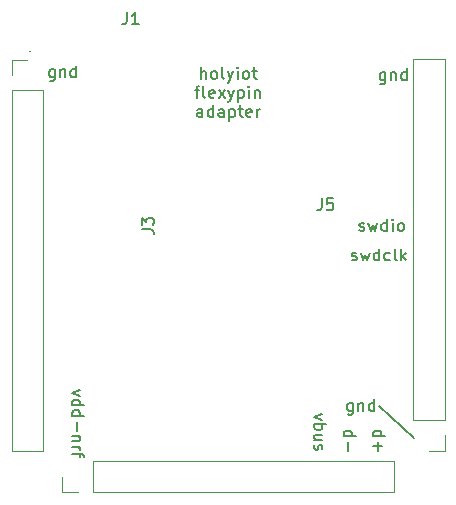
<source format=gbr>
%TF.GenerationSoftware,KiCad,Pcbnew,(6.0.4-0)*%
%TF.CreationDate,2022-07-01T21:41:05+01:00*%
%TF.ProjectId,holyiot-flexypin,686f6c79-696f-4742-9d66-6c6578797069,rev?*%
%TF.SameCoordinates,Original*%
%TF.FileFunction,Legend,Top*%
%TF.FilePolarity,Positive*%
%FSLAX46Y46*%
G04 Gerber Fmt 4.6, Leading zero omitted, Abs format (unit mm)*
G04 Created by KiCad (PCBNEW (6.0.4-0)) date 2022-07-01 21:41:05*
%MOMM*%
%LPD*%
G01*
G04 APERTURE LIST*
%ADD10C,0.150000*%
%ADD11C,0.120000*%
G04 APERTURE END LIST*
D10*
X120250000Y-67500000D02*
X120250000Y-67500000D01*
X149750000Y-97500000D02*
X152750000Y-100250000D01*
X122309523Y-69035714D02*
X122309523Y-69845238D01*
X122261904Y-69940476D01*
X122214285Y-69988095D01*
X122119047Y-70035714D01*
X121976190Y-70035714D01*
X121880952Y-69988095D01*
X122309523Y-69654761D02*
X122214285Y-69702380D01*
X122023809Y-69702380D01*
X121928571Y-69654761D01*
X121880952Y-69607142D01*
X121833333Y-69511904D01*
X121833333Y-69226190D01*
X121880952Y-69130952D01*
X121928571Y-69083333D01*
X122023809Y-69035714D01*
X122214285Y-69035714D01*
X122309523Y-69083333D01*
X122785714Y-69035714D02*
X122785714Y-69702380D01*
X122785714Y-69130952D02*
X122833333Y-69083333D01*
X122928571Y-69035714D01*
X123071428Y-69035714D01*
X123166666Y-69083333D01*
X123214285Y-69178571D01*
X123214285Y-69702380D01*
X124119047Y-69702380D02*
X124119047Y-68702380D01*
X124119047Y-69654761D02*
X124023809Y-69702380D01*
X123833333Y-69702380D01*
X123738095Y-69654761D01*
X123690476Y-69607142D01*
X123642857Y-69511904D01*
X123642857Y-69226190D01*
X123690476Y-69130952D01*
X123738095Y-69083333D01*
X123833333Y-69035714D01*
X124023809Y-69035714D01*
X124119047Y-69083333D01*
X124464285Y-96190476D02*
X123797619Y-96428571D01*
X124464285Y-96666666D01*
X123797619Y-97476190D02*
X124797619Y-97476190D01*
X123845238Y-97476190D02*
X123797619Y-97380952D01*
X123797619Y-97190476D01*
X123845238Y-97095238D01*
X123892857Y-97047619D01*
X123988095Y-97000000D01*
X124273809Y-97000000D01*
X124369047Y-97047619D01*
X124416666Y-97095238D01*
X124464285Y-97190476D01*
X124464285Y-97380952D01*
X124416666Y-97476190D01*
X123797619Y-98380952D02*
X124797619Y-98380952D01*
X123845238Y-98380952D02*
X123797619Y-98285714D01*
X123797619Y-98095238D01*
X123845238Y-98000000D01*
X123892857Y-97952380D01*
X123988095Y-97904761D01*
X124273809Y-97904761D01*
X124369047Y-97952380D01*
X124416666Y-98000000D01*
X124464285Y-98095238D01*
X124464285Y-98285714D01*
X124416666Y-98380952D01*
X124178571Y-98857142D02*
X124178571Y-99619047D01*
X124464285Y-100095238D02*
X123797619Y-100095238D01*
X124369047Y-100095238D02*
X124416666Y-100142857D01*
X124464285Y-100238095D01*
X124464285Y-100380952D01*
X124416666Y-100476190D01*
X124321428Y-100523809D01*
X123797619Y-100523809D01*
X123797619Y-101000000D02*
X124464285Y-101000000D01*
X124273809Y-101000000D02*
X124369047Y-101047619D01*
X124416666Y-101095238D01*
X124464285Y-101190476D01*
X124464285Y-101285714D01*
X124464285Y-101476190D02*
X124464285Y-101857142D01*
X123797619Y-101619047D02*
X124654761Y-101619047D01*
X124750000Y-101666666D01*
X124797619Y-101761904D01*
X124797619Y-101857142D01*
X144964285Y-98202380D02*
X144297619Y-98440476D01*
X144964285Y-98678571D01*
X144297619Y-99059523D02*
X145297619Y-99059523D01*
X144916666Y-99059523D02*
X144964285Y-99154761D01*
X144964285Y-99345238D01*
X144916666Y-99440476D01*
X144869047Y-99488095D01*
X144773809Y-99535714D01*
X144488095Y-99535714D01*
X144392857Y-99488095D01*
X144345238Y-99440476D01*
X144297619Y-99345238D01*
X144297619Y-99154761D01*
X144345238Y-99059523D01*
X144964285Y-100392857D02*
X144297619Y-100392857D01*
X144964285Y-99964285D02*
X144440476Y-99964285D01*
X144345238Y-100011904D01*
X144297619Y-100107142D01*
X144297619Y-100250000D01*
X144345238Y-100345238D01*
X144392857Y-100392857D01*
X144345238Y-100821428D02*
X144297619Y-100916666D01*
X144297619Y-101107142D01*
X144345238Y-101202380D01*
X144440476Y-101250000D01*
X144488095Y-101250000D01*
X144583333Y-101202380D01*
X144630952Y-101107142D01*
X144630952Y-100964285D01*
X144678571Y-100869047D01*
X144773809Y-100821428D01*
X144821428Y-100821428D01*
X144916666Y-100869047D01*
X144964285Y-100964285D01*
X144964285Y-101107142D01*
X144916666Y-101202380D01*
X147559523Y-97285714D02*
X147559523Y-98095238D01*
X147511904Y-98190476D01*
X147464285Y-98238095D01*
X147369047Y-98285714D01*
X147226190Y-98285714D01*
X147130952Y-98238095D01*
X147559523Y-97904761D02*
X147464285Y-97952380D01*
X147273809Y-97952380D01*
X147178571Y-97904761D01*
X147130952Y-97857142D01*
X147083333Y-97761904D01*
X147083333Y-97476190D01*
X147130952Y-97380952D01*
X147178571Y-97333333D01*
X147273809Y-97285714D01*
X147464285Y-97285714D01*
X147559523Y-97333333D01*
X148035714Y-97285714D02*
X148035714Y-97952380D01*
X148035714Y-97380952D02*
X148083333Y-97333333D01*
X148178571Y-97285714D01*
X148321428Y-97285714D01*
X148416666Y-97333333D01*
X148464285Y-97428571D01*
X148464285Y-97952380D01*
X149369047Y-97952380D02*
X149369047Y-96952380D01*
X149369047Y-97904761D02*
X149273809Y-97952380D01*
X149083333Y-97952380D01*
X148988095Y-97904761D01*
X148940476Y-97857142D01*
X148892857Y-97761904D01*
X148892857Y-97476190D01*
X148940476Y-97380952D01*
X148988095Y-97333333D01*
X149083333Y-97285714D01*
X149273809Y-97285714D01*
X149369047Y-97333333D01*
X150309523Y-69285714D02*
X150309523Y-70095238D01*
X150261904Y-70190476D01*
X150214285Y-70238095D01*
X150119047Y-70285714D01*
X149976190Y-70285714D01*
X149880952Y-70238095D01*
X150309523Y-69904761D02*
X150214285Y-69952380D01*
X150023809Y-69952380D01*
X149928571Y-69904761D01*
X149880952Y-69857142D01*
X149833333Y-69761904D01*
X149833333Y-69476190D01*
X149880952Y-69380952D01*
X149928571Y-69333333D01*
X150023809Y-69285714D01*
X150214285Y-69285714D01*
X150309523Y-69333333D01*
X150785714Y-69285714D02*
X150785714Y-69952380D01*
X150785714Y-69380952D02*
X150833333Y-69333333D01*
X150928571Y-69285714D01*
X151071428Y-69285714D01*
X151166666Y-69333333D01*
X151214285Y-69428571D01*
X151214285Y-69952380D01*
X152119047Y-69952380D02*
X152119047Y-68952380D01*
X152119047Y-69904761D02*
X152023809Y-69952380D01*
X151833333Y-69952380D01*
X151738095Y-69904761D01*
X151690476Y-69857142D01*
X151642857Y-69761904D01*
X151642857Y-69476190D01*
X151690476Y-69380952D01*
X151738095Y-69333333D01*
X151833333Y-69285714D01*
X152023809Y-69285714D01*
X152119047Y-69333333D01*
X147464285Y-85154761D02*
X147559523Y-85202380D01*
X147750000Y-85202380D01*
X147845238Y-85154761D01*
X147892857Y-85059523D01*
X147892857Y-85011904D01*
X147845238Y-84916666D01*
X147750000Y-84869047D01*
X147607142Y-84869047D01*
X147511904Y-84821428D01*
X147464285Y-84726190D01*
X147464285Y-84678571D01*
X147511904Y-84583333D01*
X147607142Y-84535714D01*
X147750000Y-84535714D01*
X147845238Y-84583333D01*
X148226190Y-84535714D02*
X148416666Y-85202380D01*
X148607142Y-84726190D01*
X148797619Y-85202380D01*
X148988095Y-84535714D01*
X149797619Y-85202380D02*
X149797619Y-84202380D01*
X149797619Y-85154761D02*
X149702380Y-85202380D01*
X149511904Y-85202380D01*
X149416666Y-85154761D01*
X149369047Y-85107142D01*
X149321428Y-85011904D01*
X149321428Y-84726190D01*
X149369047Y-84630952D01*
X149416666Y-84583333D01*
X149511904Y-84535714D01*
X149702380Y-84535714D01*
X149797619Y-84583333D01*
X150702380Y-85154761D02*
X150607142Y-85202380D01*
X150416666Y-85202380D01*
X150321428Y-85154761D01*
X150273809Y-85107142D01*
X150226190Y-85011904D01*
X150226190Y-84726190D01*
X150273809Y-84630952D01*
X150321428Y-84583333D01*
X150416666Y-84535714D01*
X150607142Y-84535714D01*
X150702380Y-84583333D01*
X151273809Y-85202380D02*
X151178571Y-85154761D01*
X151130952Y-85059523D01*
X151130952Y-84202380D01*
X151654761Y-85202380D02*
X151654761Y-84202380D01*
X151750000Y-84821428D02*
X152035714Y-85202380D01*
X152035714Y-84535714D02*
X151654761Y-84916666D01*
X148119047Y-82654761D02*
X148214285Y-82702380D01*
X148404761Y-82702380D01*
X148500000Y-82654761D01*
X148547619Y-82559523D01*
X148547619Y-82511904D01*
X148500000Y-82416666D01*
X148404761Y-82369047D01*
X148261904Y-82369047D01*
X148166666Y-82321428D01*
X148119047Y-82226190D01*
X148119047Y-82178571D01*
X148166666Y-82083333D01*
X148261904Y-82035714D01*
X148404761Y-82035714D01*
X148500000Y-82083333D01*
X148880952Y-82035714D02*
X149071428Y-82702380D01*
X149261904Y-82226190D01*
X149452380Y-82702380D01*
X149642857Y-82035714D01*
X150452380Y-82702380D02*
X150452380Y-81702380D01*
X150452380Y-82654761D02*
X150357142Y-82702380D01*
X150166666Y-82702380D01*
X150071428Y-82654761D01*
X150023809Y-82607142D01*
X149976190Y-82511904D01*
X149976190Y-82226190D01*
X150023809Y-82130952D01*
X150071428Y-82083333D01*
X150166666Y-82035714D01*
X150357142Y-82035714D01*
X150452380Y-82083333D01*
X150928571Y-82702380D02*
X150928571Y-82035714D01*
X150928571Y-81702380D02*
X150880952Y-81750000D01*
X150928571Y-81797619D01*
X150976190Y-81750000D01*
X150928571Y-81702380D01*
X150928571Y-81797619D01*
X151547619Y-82702380D02*
X151452380Y-82654761D01*
X151404761Y-82607142D01*
X151357142Y-82511904D01*
X151357142Y-82226190D01*
X151404761Y-82130952D01*
X151452380Y-82083333D01*
X151547619Y-82035714D01*
X151690476Y-82035714D01*
X151785714Y-82083333D01*
X151833333Y-82130952D01*
X151880952Y-82226190D01*
X151880952Y-82511904D01*
X151833333Y-82607142D01*
X151785714Y-82654761D01*
X151690476Y-82702380D01*
X151547619Y-82702380D01*
X146797619Y-100095238D02*
X147797619Y-100095238D01*
X146845238Y-100095238D02*
X146797619Y-100000000D01*
X146797619Y-99809523D01*
X146845238Y-99714285D01*
X146892857Y-99666666D01*
X146988095Y-99619047D01*
X147273809Y-99619047D01*
X147369047Y-99666666D01*
X147416666Y-99714285D01*
X147464285Y-99809523D01*
X147464285Y-100000000D01*
X147416666Y-100095238D01*
X147178571Y-100571428D02*
X147178571Y-101333333D01*
X149297619Y-100095238D02*
X150297619Y-100095238D01*
X149345238Y-100095238D02*
X149297619Y-100000000D01*
X149297619Y-99809523D01*
X149345238Y-99714285D01*
X149392857Y-99666666D01*
X149488095Y-99619047D01*
X149773809Y-99619047D01*
X149869047Y-99666666D01*
X149916666Y-99714285D01*
X149964285Y-99809523D01*
X149964285Y-100000000D01*
X149916666Y-100095238D01*
X149678571Y-100571428D02*
X149678571Y-101333333D01*
X149297619Y-100952380D02*
X150059523Y-100952380D01*
X134714285Y-69842380D02*
X134714285Y-68842380D01*
X135142857Y-69842380D02*
X135142857Y-69318571D01*
X135095238Y-69223333D01*
X135000000Y-69175714D01*
X134857142Y-69175714D01*
X134761904Y-69223333D01*
X134714285Y-69270952D01*
X135761904Y-69842380D02*
X135666666Y-69794761D01*
X135619047Y-69747142D01*
X135571428Y-69651904D01*
X135571428Y-69366190D01*
X135619047Y-69270952D01*
X135666666Y-69223333D01*
X135761904Y-69175714D01*
X135904761Y-69175714D01*
X136000000Y-69223333D01*
X136047619Y-69270952D01*
X136095238Y-69366190D01*
X136095238Y-69651904D01*
X136047619Y-69747142D01*
X136000000Y-69794761D01*
X135904761Y-69842380D01*
X135761904Y-69842380D01*
X136666666Y-69842380D02*
X136571428Y-69794761D01*
X136523809Y-69699523D01*
X136523809Y-68842380D01*
X136952380Y-69175714D02*
X137190476Y-69842380D01*
X137428571Y-69175714D02*
X137190476Y-69842380D01*
X137095238Y-70080476D01*
X137047619Y-70128095D01*
X136952380Y-70175714D01*
X137809523Y-69842380D02*
X137809523Y-69175714D01*
X137809523Y-68842380D02*
X137761904Y-68890000D01*
X137809523Y-68937619D01*
X137857142Y-68890000D01*
X137809523Y-68842380D01*
X137809523Y-68937619D01*
X138428571Y-69842380D02*
X138333333Y-69794761D01*
X138285714Y-69747142D01*
X138238095Y-69651904D01*
X138238095Y-69366190D01*
X138285714Y-69270952D01*
X138333333Y-69223333D01*
X138428571Y-69175714D01*
X138571428Y-69175714D01*
X138666666Y-69223333D01*
X138714285Y-69270952D01*
X138761904Y-69366190D01*
X138761904Y-69651904D01*
X138714285Y-69747142D01*
X138666666Y-69794761D01*
X138571428Y-69842380D01*
X138428571Y-69842380D01*
X139047619Y-69175714D02*
X139428571Y-69175714D01*
X139190476Y-68842380D02*
X139190476Y-69699523D01*
X139238095Y-69794761D01*
X139333333Y-69842380D01*
X139428571Y-69842380D01*
X134190476Y-70785714D02*
X134571428Y-70785714D01*
X134333333Y-71452380D02*
X134333333Y-70595238D01*
X134380952Y-70500000D01*
X134476190Y-70452380D01*
X134571428Y-70452380D01*
X135047619Y-71452380D02*
X134952380Y-71404761D01*
X134904761Y-71309523D01*
X134904761Y-70452380D01*
X135809523Y-71404761D02*
X135714285Y-71452380D01*
X135523809Y-71452380D01*
X135428571Y-71404761D01*
X135380952Y-71309523D01*
X135380952Y-70928571D01*
X135428571Y-70833333D01*
X135523809Y-70785714D01*
X135714285Y-70785714D01*
X135809523Y-70833333D01*
X135857142Y-70928571D01*
X135857142Y-71023809D01*
X135380952Y-71119047D01*
X136190476Y-71452380D02*
X136714285Y-70785714D01*
X136190476Y-70785714D02*
X136714285Y-71452380D01*
X137000000Y-70785714D02*
X137238095Y-71452380D01*
X137476190Y-70785714D02*
X137238095Y-71452380D01*
X137142857Y-71690476D01*
X137095238Y-71738095D01*
X137000000Y-71785714D01*
X137857142Y-70785714D02*
X137857142Y-71785714D01*
X137857142Y-70833333D02*
X137952380Y-70785714D01*
X138142857Y-70785714D01*
X138238095Y-70833333D01*
X138285714Y-70880952D01*
X138333333Y-70976190D01*
X138333333Y-71261904D01*
X138285714Y-71357142D01*
X138238095Y-71404761D01*
X138142857Y-71452380D01*
X137952380Y-71452380D01*
X137857142Y-71404761D01*
X138761904Y-71452380D02*
X138761904Y-70785714D01*
X138761904Y-70452380D02*
X138714285Y-70500000D01*
X138761904Y-70547619D01*
X138809523Y-70500000D01*
X138761904Y-70452380D01*
X138761904Y-70547619D01*
X139238095Y-70785714D02*
X139238095Y-71452380D01*
X139238095Y-70880952D02*
X139285714Y-70833333D01*
X139380952Y-70785714D01*
X139523809Y-70785714D01*
X139619047Y-70833333D01*
X139666666Y-70928571D01*
X139666666Y-71452380D01*
X134833333Y-73062380D02*
X134833333Y-72538571D01*
X134785714Y-72443333D01*
X134690476Y-72395714D01*
X134500000Y-72395714D01*
X134404761Y-72443333D01*
X134833333Y-73014761D02*
X134738095Y-73062380D01*
X134500000Y-73062380D01*
X134404761Y-73014761D01*
X134357142Y-72919523D01*
X134357142Y-72824285D01*
X134404761Y-72729047D01*
X134500000Y-72681428D01*
X134738095Y-72681428D01*
X134833333Y-72633809D01*
X135738095Y-73062380D02*
X135738095Y-72062380D01*
X135738095Y-73014761D02*
X135642857Y-73062380D01*
X135452380Y-73062380D01*
X135357142Y-73014761D01*
X135309523Y-72967142D01*
X135261904Y-72871904D01*
X135261904Y-72586190D01*
X135309523Y-72490952D01*
X135357142Y-72443333D01*
X135452380Y-72395714D01*
X135642857Y-72395714D01*
X135738095Y-72443333D01*
X136642857Y-73062380D02*
X136642857Y-72538571D01*
X136595238Y-72443333D01*
X136500000Y-72395714D01*
X136309523Y-72395714D01*
X136214285Y-72443333D01*
X136642857Y-73014761D02*
X136547619Y-73062380D01*
X136309523Y-73062380D01*
X136214285Y-73014761D01*
X136166666Y-72919523D01*
X136166666Y-72824285D01*
X136214285Y-72729047D01*
X136309523Y-72681428D01*
X136547619Y-72681428D01*
X136642857Y-72633809D01*
X137119047Y-72395714D02*
X137119047Y-73395714D01*
X137119047Y-72443333D02*
X137214285Y-72395714D01*
X137404761Y-72395714D01*
X137500000Y-72443333D01*
X137547619Y-72490952D01*
X137595238Y-72586190D01*
X137595238Y-72871904D01*
X137547619Y-72967142D01*
X137500000Y-73014761D01*
X137404761Y-73062380D01*
X137214285Y-73062380D01*
X137119047Y-73014761D01*
X137880952Y-72395714D02*
X138261904Y-72395714D01*
X138023809Y-72062380D02*
X138023809Y-72919523D01*
X138071428Y-73014761D01*
X138166666Y-73062380D01*
X138261904Y-73062380D01*
X138976190Y-73014761D02*
X138880952Y-73062380D01*
X138690476Y-73062380D01*
X138595238Y-73014761D01*
X138547619Y-72919523D01*
X138547619Y-72538571D01*
X138595238Y-72443333D01*
X138690476Y-72395714D01*
X138880952Y-72395714D01*
X138976190Y-72443333D01*
X139023809Y-72538571D01*
X139023809Y-72633809D01*
X138547619Y-72729047D01*
X139452380Y-73062380D02*
X139452380Y-72395714D01*
X139452380Y-72586190D02*
X139500000Y-72490952D01*
X139547619Y-72443333D01*
X139642857Y-72395714D01*
X139738095Y-72395714D01*
%TO.C,J5*%
X144916666Y-79952380D02*
X144916666Y-80666666D01*
X144869047Y-80809523D01*
X144773809Y-80904761D01*
X144630952Y-80952380D01*
X144535714Y-80952380D01*
X145869047Y-79952380D02*
X145392857Y-79952380D01*
X145345238Y-80428571D01*
X145392857Y-80380952D01*
X145488095Y-80333333D01*
X145726190Y-80333333D01*
X145821428Y-80380952D01*
X145869047Y-80428571D01*
X145916666Y-80523809D01*
X145916666Y-80761904D01*
X145869047Y-80857142D01*
X145821428Y-80904761D01*
X145726190Y-80952380D01*
X145488095Y-80952380D01*
X145392857Y-80904761D01*
X145345238Y-80857142D01*
%TO.C,J3*%
X129702380Y-82583333D02*
X130416666Y-82583333D01*
X130559523Y-82630952D01*
X130654761Y-82726190D01*
X130702380Y-82869047D01*
X130702380Y-82964285D01*
X129702380Y-82202380D02*
X129702380Y-81583333D01*
X130083333Y-81916666D01*
X130083333Y-81773809D01*
X130130952Y-81678571D01*
X130178571Y-81630952D01*
X130273809Y-81583333D01*
X130511904Y-81583333D01*
X130607142Y-81630952D01*
X130654761Y-81678571D01*
X130702380Y-81773809D01*
X130702380Y-82059523D01*
X130654761Y-82154761D01*
X130607142Y-82202380D01*
%TO.C,J1*%
X128416666Y-64202380D02*
X128416666Y-64916666D01*
X128369047Y-65059523D01*
X128273809Y-65154761D01*
X128130952Y-65202380D01*
X128035714Y-65202380D01*
X129416666Y-65202380D02*
X128845238Y-65202380D01*
X129130952Y-65202380D02*
X129130952Y-64202380D01*
X129035714Y-64345238D01*
X128940476Y-64440476D01*
X128845238Y-64488095D01*
D11*
%TO.C,J6*%
X152670000Y-98705000D02*
X152670000Y-68165000D01*
X155330000Y-101305000D02*
X154000000Y-101305000D01*
X155330000Y-98705000D02*
X152670000Y-98705000D01*
X155330000Y-99975000D02*
X155330000Y-101305000D01*
X155330000Y-68165000D02*
X152670000Y-68165000D01*
X155330000Y-98705000D02*
X155330000Y-68165000D01*
%TO.C,J4*%
X122970000Y-104830000D02*
X122970000Y-103500000D01*
X125570000Y-104830000D02*
X151030000Y-104830000D01*
X151030000Y-104830000D02*
X151030000Y-102170000D01*
X125570000Y-104830000D02*
X125570000Y-102170000D01*
X125570000Y-102170000D02*
X151030000Y-102170000D01*
X124300000Y-104830000D02*
X122970000Y-104830000D01*
%TO.C, *%
X121330000Y-70795000D02*
X121330000Y-101335000D01*
X118670000Y-68195000D02*
X120000000Y-68195000D01*
X118670000Y-70795000D02*
X121330000Y-70795000D01*
X118670000Y-69525000D02*
X118670000Y-68195000D01*
X118670000Y-101335000D02*
X121330000Y-101335000D01*
X118670000Y-70795000D02*
X118670000Y-101335000D01*
%TD*%
M02*

</source>
